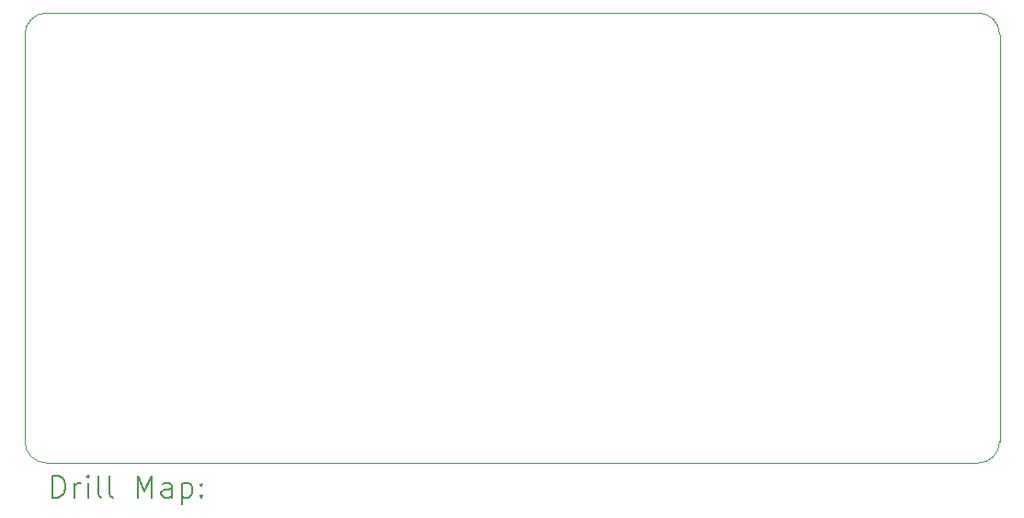
<source format=gbr>
%TF.GenerationSoftware,KiCad,Pcbnew,8.0.2*%
%TF.CreationDate,2024-07-12T01:16:58+08:00*%
%TF.ProjectId,bldcDriver,626c6463-4472-4697-9665-722e6b696361,rev?*%
%TF.SameCoordinates,Original*%
%TF.FileFunction,Drillmap*%
%TF.FilePolarity,Positive*%
%FSLAX45Y45*%
G04 Gerber Fmt 4.5, Leading zero omitted, Abs format (unit mm)*
G04 Created by KiCad (PCBNEW 8.0.2) date 2024-07-12 01:16:58*
%MOMM*%
%LPD*%
G01*
G04 APERTURE LIST*
%ADD10C,0.100000*%
%ADD11C,0.200000*%
G04 APERTURE END LIST*
D10*
X3245500Y-7019000D02*
X3245500Y-3269000D01*
X3445500Y-7219000D02*
G75*
G02*
X3245500Y-7019000I0J200000D01*
G01*
X12023584Y-7219000D02*
X11935500Y-7219000D01*
X12023584Y-3069000D02*
G75*
G02*
X12223580Y-3269000I-4J-200000D01*
G01*
X12223584Y-3269000D02*
X12223584Y-7019000D01*
X3445500Y-3069000D02*
X11935500Y-3069000D01*
X12223584Y-7019000D02*
G75*
G02*
X12023584Y-7219004I-200004J0D01*
G01*
X3245500Y-3269000D02*
G75*
G02*
X3445500Y-3069000I200000J0D01*
G01*
X11935500Y-7219000D02*
X3445500Y-7219000D01*
X11935500Y-3069000D02*
X12023584Y-3069000D01*
D11*
X3501277Y-7535484D02*
X3501277Y-7335484D01*
X3501277Y-7335484D02*
X3548896Y-7335484D01*
X3548896Y-7335484D02*
X3577467Y-7345008D01*
X3577467Y-7345008D02*
X3596515Y-7364055D01*
X3596515Y-7364055D02*
X3606038Y-7383103D01*
X3606038Y-7383103D02*
X3615562Y-7421198D01*
X3615562Y-7421198D02*
X3615562Y-7449769D01*
X3615562Y-7449769D02*
X3606038Y-7487865D01*
X3606038Y-7487865D02*
X3596515Y-7506912D01*
X3596515Y-7506912D02*
X3577467Y-7525960D01*
X3577467Y-7525960D02*
X3548896Y-7535484D01*
X3548896Y-7535484D02*
X3501277Y-7535484D01*
X3701277Y-7535484D02*
X3701277Y-7402150D01*
X3701277Y-7440246D02*
X3710800Y-7421198D01*
X3710800Y-7421198D02*
X3720324Y-7411674D01*
X3720324Y-7411674D02*
X3739372Y-7402150D01*
X3739372Y-7402150D02*
X3758419Y-7402150D01*
X3825086Y-7535484D02*
X3825086Y-7402150D01*
X3825086Y-7335484D02*
X3815562Y-7345008D01*
X3815562Y-7345008D02*
X3825086Y-7354531D01*
X3825086Y-7354531D02*
X3834610Y-7345008D01*
X3834610Y-7345008D02*
X3825086Y-7335484D01*
X3825086Y-7335484D02*
X3825086Y-7354531D01*
X3948896Y-7535484D02*
X3929848Y-7525960D01*
X3929848Y-7525960D02*
X3920324Y-7506912D01*
X3920324Y-7506912D02*
X3920324Y-7335484D01*
X4053657Y-7535484D02*
X4034610Y-7525960D01*
X4034610Y-7525960D02*
X4025086Y-7506912D01*
X4025086Y-7506912D02*
X4025086Y-7335484D01*
X4282229Y-7535484D02*
X4282229Y-7335484D01*
X4282229Y-7335484D02*
X4348896Y-7478341D01*
X4348896Y-7478341D02*
X4415562Y-7335484D01*
X4415562Y-7335484D02*
X4415562Y-7535484D01*
X4596515Y-7535484D02*
X4596515Y-7430722D01*
X4596515Y-7430722D02*
X4586991Y-7411674D01*
X4586991Y-7411674D02*
X4567943Y-7402150D01*
X4567943Y-7402150D02*
X4529848Y-7402150D01*
X4529848Y-7402150D02*
X4510800Y-7411674D01*
X4596515Y-7525960D02*
X4577467Y-7535484D01*
X4577467Y-7535484D02*
X4529848Y-7535484D01*
X4529848Y-7535484D02*
X4510800Y-7525960D01*
X4510800Y-7525960D02*
X4501277Y-7506912D01*
X4501277Y-7506912D02*
X4501277Y-7487865D01*
X4501277Y-7487865D02*
X4510800Y-7468817D01*
X4510800Y-7468817D02*
X4529848Y-7459293D01*
X4529848Y-7459293D02*
X4577467Y-7459293D01*
X4577467Y-7459293D02*
X4596515Y-7449769D01*
X4691753Y-7402150D02*
X4691753Y-7602150D01*
X4691753Y-7411674D02*
X4710800Y-7402150D01*
X4710800Y-7402150D02*
X4748896Y-7402150D01*
X4748896Y-7402150D02*
X4767943Y-7411674D01*
X4767943Y-7411674D02*
X4777467Y-7421198D01*
X4777467Y-7421198D02*
X4786991Y-7440246D01*
X4786991Y-7440246D02*
X4786991Y-7497388D01*
X4786991Y-7497388D02*
X4777467Y-7516436D01*
X4777467Y-7516436D02*
X4767943Y-7525960D01*
X4767943Y-7525960D02*
X4748896Y-7535484D01*
X4748896Y-7535484D02*
X4710800Y-7535484D01*
X4710800Y-7535484D02*
X4691753Y-7525960D01*
X4872705Y-7516436D02*
X4882229Y-7525960D01*
X4882229Y-7525960D02*
X4872705Y-7535484D01*
X4872705Y-7535484D02*
X4863181Y-7525960D01*
X4863181Y-7525960D02*
X4872705Y-7516436D01*
X4872705Y-7516436D02*
X4872705Y-7535484D01*
X4872705Y-7411674D02*
X4882229Y-7421198D01*
X4882229Y-7421198D02*
X4872705Y-7430722D01*
X4872705Y-7430722D02*
X4863181Y-7421198D01*
X4863181Y-7421198D02*
X4872705Y-7411674D01*
X4872705Y-7411674D02*
X4872705Y-7430722D01*
M02*

</source>
